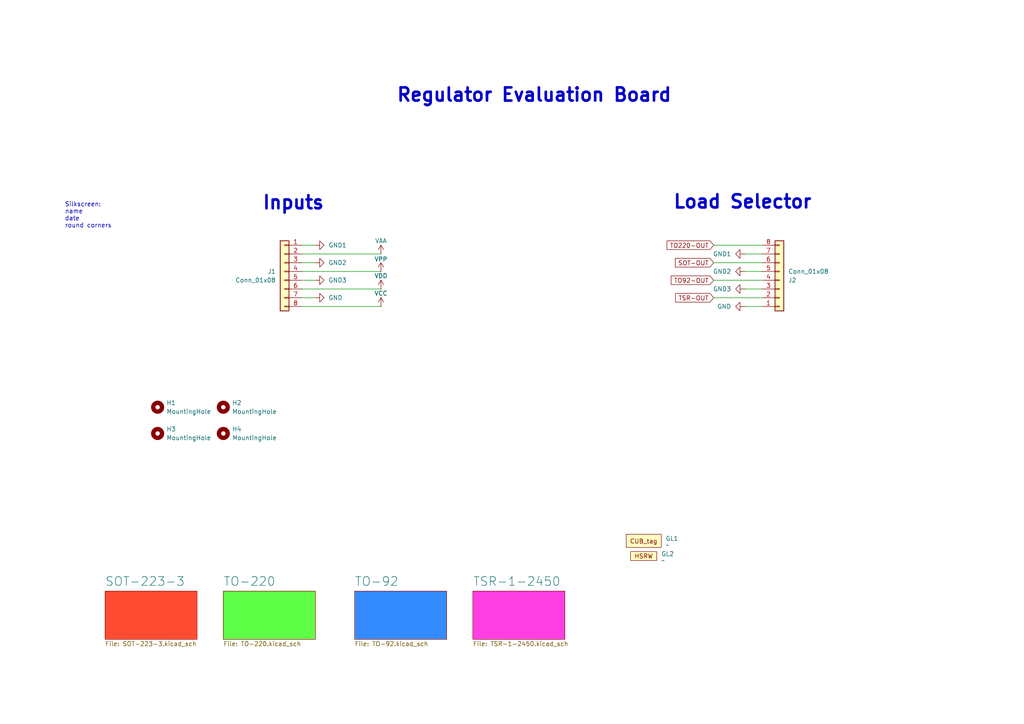
<source format=kicad_sch>
(kicad_sch
	(version 20250114)
	(generator "eeschema")
	(generator_version "9.0")
	(uuid "3e45da4c-132a-439a-a567-ab5eeca3e151")
	(paper "A4")
	(title_block
		(title "Regulator Evaluation Board")
		(date "2025-04-22")
		(rev "/")
		(company "HSRW ")
		(comment 1 "Jure Cubelic ")
	)
	(lib_symbols
		(symbol "01_MyLibrary:CUB_tag"
			(pin_numbers
				(hide yes)
			)
			(pin_names
				(offset 0)
				(hide yes)
			)
			(exclude_from_sim no)
			(in_bom no)
			(on_board yes)
			(property "Reference" "GL"
				(at 0 -1.016 0)
				(effects
					(font
						(size 1.27 1.27)
					)
				)
			)
			(property "Value" ""
				(at 0 0 0)
				(effects
					(font
						(size 1.27 1.27)
					)
				)
			)
			(property "Footprint" ""
				(at 0 0 0)
				(effects
					(font
						(size 1.27 1.27)
					)
					(hide yes)
				)
			)
			(property "Datasheet" ""
				(at 0 0 0)
				(effects
					(font
						(size 1.27 1.27)
					)
					(hide yes)
				)
			)
			(property "Description" ""
				(at 0 0 0)
				(effects
					(font
						(size 1.27 1.27)
					)
					(hide yes)
				)
			)
			(symbol "CUB_tag_1_1"
				(rectangle
					(start -5.08 3.81)
					(end 5.08 0)
					(stroke
						(width 0)
						(type solid)
					)
					(fill
						(type color)
						(color 255 255 194 1)
					)
				)
				(text "CUB_tag"
					(at 0 1.778 0)
					(effects
						(font
							(size 1.27 1.27)
						)
					)
				)
			)
			(embedded_fonts no)
		)
		(symbol "01_MyLibrary:Hsrw"
			(pin_numbers
				(hide yes)
			)
			(pin_names
				(offset 0)
				(hide yes)
			)
			(exclude_from_sim no)
			(in_bom no)
			(on_board yes)
			(property "Reference" "GL"
				(at 0 3.556 0)
				(effects
					(font
						(size 1.27 1.27)
					)
				)
			)
			(property "Value" ""
				(at 0 0 0)
				(effects
					(font
						(size 1.27 1.27)
					)
				)
			)
			(property "Footprint" ""
				(at 0 0 0)
				(effects
					(font
						(size 1.27 1.27)
					)
					(hide yes)
				)
			)
			(property "Datasheet" ""
				(at 0 0 0)
				(effects
					(font
						(size 1.27 1.27)
					)
					(hide yes)
				)
			)
			(property "Description" ""
				(at 0 0 0)
				(effects
					(font
						(size 1.27 1.27)
					)
					(hide yes)
				)
			)
			(symbol "Hsrw_1_1"
				(rectangle
					(start -3.81 2.54)
					(end 3.81 0)
					(stroke
						(width 0)
						(type solid)
					)
					(fill
						(type color)
						(color 255 255 194 1)
					)
				)
				(text "HSRW"
					(at 0 1.27 0)
					(effects
						(font
							(size 1.27 1.27)
						)
					)
				)
			)
			(embedded_fonts no)
		)
		(symbol "Connector_Generic:Conn_01x08"
			(pin_names
				(offset 1.016)
				(hide yes)
			)
			(exclude_from_sim no)
			(in_bom yes)
			(on_board yes)
			(property "Reference" "J"
				(at 0 10.16 0)
				(effects
					(font
						(size 1.27 1.27)
					)
				)
			)
			(property "Value" "Conn_01x08"
				(at 0 -12.7 0)
				(effects
					(font
						(size 1.27 1.27)
					)
				)
			)
			(property "Footprint" ""
				(at 0 0 0)
				(effects
					(font
						(size 1.27 1.27)
					)
					(hide yes)
				)
			)
			(property "Datasheet" "~"
				(at 0 0 0)
				(effects
					(font
						(size 1.27 1.27)
					)
					(hide yes)
				)
			)
			(property "Description" "Generic connector, single row, 01x08, script generated (kicad-library-utils/schlib/autogen/connector/)"
				(at 0 0 0)
				(effects
					(font
						(size 1.27 1.27)
					)
					(hide yes)
				)
			)
			(property "ki_keywords" "connector"
				(at 0 0 0)
				(effects
					(font
						(size 1.27 1.27)
					)
					(hide yes)
				)
			)
			(property "ki_fp_filters" "Connector*:*_1x??_*"
				(at 0 0 0)
				(effects
					(font
						(size 1.27 1.27)
					)
					(hide yes)
				)
			)
			(symbol "Conn_01x08_1_1"
				(rectangle
					(start -1.27 8.89)
					(end 1.27 -11.43)
					(stroke
						(width 0.254)
						(type default)
					)
					(fill
						(type background)
					)
				)
				(rectangle
					(start -1.27 7.747)
					(end 0 7.493)
					(stroke
						(width 0.1524)
						(type default)
					)
					(fill
						(type none)
					)
				)
				(rectangle
					(start -1.27 5.207)
					(end 0 4.953)
					(stroke
						(width 0.1524)
						(type default)
					)
					(fill
						(type none)
					)
				)
				(rectangle
					(start -1.27 2.667)
					(end 0 2.413)
					(stroke
						(width 0.1524)
						(type default)
					)
					(fill
						(type none)
					)
				)
				(rectangle
					(start -1.27 0.127)
					(end 0 -0.127)
					(stroke
						(width 0.1524)
						(type default)
					)
					(fill
						(type none)
					)
				)
				(rectangle
					(start -1.27 -2.413)
					(end 0 -2.667)
					(stroke
						(width 0.1524)
						(type default)
					)
					(fill
						(type none)
					)
				)
				(rectangle
					(start -1.27 -4.953)
					(end 0 -5.207)
					(stroke
						(width 0.1524)
						(type default)
					)
					(fill
						(type none)
					)
				)
				(rectangle
					(start -1.27 -7.493)
					(end 0 -7.747)
					(stroke
						(width 0.1524)
						(type default)
					)
					(fill
						(type none)
					)
				)
				(rectangle
					(start -1.27 -10.033)
					(end 0 -10.287)
					(stroke
						(width 0.1524)
						(type default)
					)
					(fill
						(type none)
					)
				)
				(pin passive line
					(at -5.08 7.62 0)
					(length 3.81)
					(name "Pin_1"
						(effects
							(font
								(size 1.27 1.27)
							)
						)
					)
					(number "1"
						(effects
							(font
								(size 1.27 1.27)
							)
						)
					)
				)
				(pin passive line
					(at -5.08 5.08 0)
					(length 3.81)
					(name "Pin_2"
						(effects
							(font
								(size 1.27 1.27)
							)
						)
					)
					(number "2"
						(effects
							(font
								(size 1.27 1.27)
							)
						)
					)
				)
				(pin passive line
					(at -5.08 2.54 0)
					(length 3.81)
					(name "Pin_3"
						(effects
							(font
								(size 1.27 1.27)
							)
						)
					)
					(number "3"
						(effects
							(font
								(size 1.27 1.27)
							)
						)
					)
				)
				(pin passive line
					(at -5.08 0 0)
					(length 3.81)
					(name "Pin_4"
						(effects
							(font
								(size 1.27 1.27)
							)
						)
					)
					(number "4"
						(effects
							(font
								(size 1.27 1.27)
							)
						)
					)
				)
				(pin passive line
					(at -5.08 -2.54 0)
					(length 3.81)
					(name "Pin_5"
						(effects
							(font
								(size 1.27 1.27)
							)
						)
					)
					(number "5"
						(effects
							(font
								(size 1.27 1.27)
							)
						)
					)
				)
				(pin passive line
					(at -5.08 -5.08 0)
					(length 3.81)
					(name "Pin_6"
						(effects
							(font
								(size 1.27 1.27)
							)
						)
					)
					(number "6"
						(effects
							(font
								(size 1.27 1.27)
							)
						)
					)
				)
				(pin passive line
					(at -5.08 -7.62 0)
					(length 3.81)
					(name "Pin_7"
						(effects
							(font
								(size 1.27 1.27)
							)
						)
					)
					(number "7"
						(effects
							(font
								(size 1.27 1.27)
							)
						)
					)
				)
				(pin passive line
					(at -5.08 -10.16 0)
					(length 3.81)
					(name "Pin_8"
						(effects
							(font
								(size 1.27 1.27)
							)
						)
					)
					(number "8"
						(effects
							(font
								(size 1.27 1.27)
							)
						)
					)
				)
			)
			(embedded_fonts no)
		)
		(symbol "Mechanical:MountingHole"
			(pin_names
				(offset 1.016)
			)
			(exclude_from_sim yes)
			(in_bom no)
			(on_board yes)
			(property "Reference" "H"
				(at 0 5.08 0)
				(effects
					(font
						(size 1.27 1.27)
					)
				)
			)
			(property "Value" "MountingHole"
				(at 0 3.175 0)
				(effects
					(font
						(size 1.27 1.27)
					)
				)
			)
			(property "Footprint" ""
				(at 0 0 0)
				(effects
					(font
						(size 1.27 1.27)
					)
					(hide yes)
				)
			)
			(property "Datasheet" "~"
				(at 0 0 0)
				(effects
					(font
						(size 1.27 1.27)
					)
					(hide yes)
				)
			)
			(property "Description" "Mounting Hole without connection"
				(at 0 0 0)
				(effects
					(font
						(size 1.27 1.27)
					)
					(hide yes)
				)
			)
			(property "ki_keywords" "mounting hole"
				(at 0 0 0)
				(effects
					(font
						(size 1.27 1.27)
					)
					(hide yes)
				)
			)
			(property "ki_fp_filters" "MountingHole*"
				(at 0 0 0)
				(effects
					(font
						(size 1.27 1.27)
					)
					(hide yes)
				)
			)
			(symbol "MountingHole_0_1"
				(circle
					(center 0 0)
					(radius 1.27)
					(stroke
						(width 1.27)
						(type default)
					)
					(fill
						(type none)
					)
				)
			)
			(embedded_fonts no)
		)
		(symbol "power:GND"
			(power)
			(pin_numbers
				(hide yes)
			)
			(pin_names
				(offset 0)
				(hide yes)
			)
			(exclude_from_sim no)
			(in_bom yes)
			(on_board yes)
			(property "Reference" "#PWR"
				(at 0 -6.35 0)
				(effects
					(font
						(size 1.27 1.27)
					)
					(hide yes)
				)
			)
			(property "Value" "GND"
				(at 0 -3.81 0)
				(effects
					(font
						(size 1.27 1.27)
					)
				)
			)
			(property "Footprint" ""
				(at 0 0 0)
				(effects
					(font
						(size 1.27 1.27)
					)
					(hide yes)
				)
			)
			(property "Datasheet" ""
				(at 0 0 0)
				(effects
					(font
						(size 1.27 1.27)
					)
					(hide yes)
				)
			)
			(property "Description" "Power symbol creates a global label with name \"GND\" , ground"
				(at 0 0 0)
				(effects
					(font
						(size 1.27 1.27)
					)
					(hide yes)
				)
			)
			(property "ki_keywords" "global power"
				(at 0 0 0)
				(effects
					(font
						(size 1.27 1.27)
					)
					(hide yes)
				)
			)
			(symbol "GND_0_1"
				(polyline
					(pts
						(xy 0 0) (xy 0 -1.27) (xy 1.27 -1.27) (xy 0 -2.54) (xy -1.27 -1.27) (xy 0 -1.27)
					)
					(stroke
						(width 0)
						(type default)
					)
					(fill
						(type none)
					)
				)
			)
			(symbol "GND_1_1"
				(pin power_in line
					(at 0 0 270)
					(length 0)
					(name "~"
						(effects
							(font
								(size 1.27 1.27)
							)
						)
					)
					(number "1"
						(effects
							(font
								(size 1.27 1.27)
							)
						)
					)
				)
			)
			(embedded_fonts no)
		)
		(symbol "power:GND1"
			(power)
			(pin_numbers
				(hide yes)
			)
			(pin_names
				(offset 0)
				(hide yes)
			)
			(exclude_from_sim no)
			(in_bom yes)
			(on_board yes)
			(property "Reference" "#PWR"
				(at 0 -6.35 0)
				(effects
					(font
						(size 1.27 1.27)
					)
					(hide yes)
				)
			)
			(property "Value" "GND1"
				(at 0 -3.81 0)
				(effects
					(font
						(size 1.27 1.27)
					)
				)
			)
			(property "Footprint" ""
				(at 0 0 0)
				(effects
					(font
						(size 1.27 1.27)
					)
					(hide yes)
				)
			)
			(property "Datasheet" ""
				(at 0 0 0)
				(effects
					(font
						(size 1.27 1.27)
					)
					(hide yes)
				)
			)
			(property "Description" "Power symbol creates a global label with name \"GND1\" , ground"
				(at 0 0 0)
				(effects
					(font
						(size 1.27 1.27)
					)
					(hide yes)
				)
			)
			(property "ki_keywords" "global power"
				(at 0 0 0)
				(effects
					(font
						(size 1.27 1.27)
					)
					(hide yes)
				)
			)
			(symbol "GND1_0_1"
				(polyline
					(pts
						(xy 0 0) (xy 0 -1.27) (xy 1.27 -1.27) (xy 0 -2.54) (xy -1.27 -1.27) (xy 0 -1.27)
					)
					(stroke
						(width 0)
						(type default)
					)
					(fill
						(type none)
					)
				)
			)
			(symbol "GND1_1_1"
				(pin power_in line
					(at 0 0 270)
					(length 0)
					(name "~"
						(effects
							(font
								(size 1.27 1.27)
							)
						)
					)
					(number "1"
						(effects
							(font
								(size 1.27 1.27)
							)
						)
					)
				)
			)
			(embedded_fonts no)
		)
		(symbol "power:GND2"
			(power)
			(pin_numbers
				(hide yes)
			)
			(pin_names
				(offset 0)
				(hide yes)
			)
			(exclude_from_sim no)
			(in_bom yes)
			(on_board yes)
			(property "Reference" "#PWR"
				(at 0 -6.35 0)
				(effects
					(font
						(size 1.27 1.27)
					)
					(hide yes)
				)
			)
			(property "Value" "GND2"
				(at 0 -3.81 0)
				(effects
					(font
						(size 1.27 1.27)
					)
				)
			)
			(property "Footprint" ""
				(at 0 0 0)
				(effects
					(font
						(size 1.27 1.27)
					)
					(hide yes)
				)
			)
			(property "Datasheet" ""
				(at 0 0 0)
				(effects
					(font
						(size 1.27 1.27)
					)
					(hide yes)
				)
			)
			(property "Description" "Power symbol creates a global label with name \"GND2\" , ground"
				(at 0 0 0)
				(effects
					(font
						(size 1.27 1.27)
					)
					(hide yes)
				)
			)
			(property "ki_keywords" "global power"
				(at 0 0 0)
				(effects
					(font
						(size 1.27 1.27)
					)
					(hide yes)
				)
			)
			(symbol "GND2_0_1"
				(polyline
					(pts
						(xy 0 0) (xy 0 -1.27) (xy 1.27 -1.27) (xy 0 -2.54) (xy -1.27 -1.27) (xy 0 -1.27)
					)
					(stroke
						(width 0)
						(type default)
					)
					(fill
						(type none)
					)
				)
			)
			(symbol "GND2_1_1"
				(pin power_in line
					(at 0 0 270)
					(length 0)
					(name "~"
						(effects
							(font
								(size 1.27 1.27)
							)
						)
					)
					(number "1"
						(effects
							(font
								(size 1.27 1.27)
							)
						)
					)
				)
			)
			(embedded_fonts no)
		)
		(symbol "power:GND3"
			(power)
			(pin_numbers
				(hide yes)
			)
			(pin_names
				(offset 0)
				(hide yes)
			)
			(exclude_from_sim no)
			(in_bom yes)
			(on_board yes)
			(property "Reference" "#PWR"
				(at 0 -6.35 0)
				(effects
					(font
						(size 1.27 1.27)
					)
					(hide yes)
				)
			)
			(property "Value" "GND3"
				(at 0 -3.81 0)
				(effects
					(font
						(size 1.27 1.27)
					)
				)
			)
			(property "Footprint" ""
				(at 0 0 0)
				(effects
					(font
						(size 1.27 1.27)
					)
					(hide yes)
				)
			)
			(property "Datasheet" ""
				(at 0 0 0)
				(effects
					(font
						(size 1.27 1.27)
					)
					(hide yes)
				)
			)
			(property "Description" "Power symbol creates a global label with name \"GND3\" , ground"
				(at 0 0 0)
				(effects
					(font
						(size 1.27 1.27)
					)
					(hide yes)
				)
			)
			(property "ki_keywords" "global power"
				(at 0 0 0)
				(effects
					(font
						(size 1.27 1.27)
					)
					(hide yes)
				)
			)
			(symbol "GND3_0_1"
				(polyline
					(pts
						(xy 0 0) (xy 0 -1.27) (xy 1.27 -1.27) (xy 0 -2.54) (xy -1.27 -1.27) (xy 0 -1.27)
					)
					(stroke
						(width 0)
						(type default)
					)
					(fill
						(type none)
					)
				)
			)
			(symbol "GND3_1_1"
				(pin power_in line
					(at 0 0 270)
					(length 0)
					(name "~"
						(effects
							(font
								(size 1.27 1.27)
							)
						)
					)
					(number "1"
						(effects
							(font
								(size 1.27 1.27)
							)
						)
					)
				)
			)
			(embedded_fonts no)
		)
		(symbol "power:VAA"
			(power)
			(pin_numbers
				(hide yes)
			)
			(pin_names
				(offset 0)
				(hide yes)
			)
			(exclude_from_sim no)
			(in_bom yes)
			(on_board yes)
			(property "Reference" "#PWR"
				(at 0 -3.81 0)
				(effects
					(font
						(size 1.27 1.27)
					)
					(hide yes)
				)
			)
			(property "Value" "VAA"
				(at 0 3.556 0)
				(effects
					(font
						(size 1.27 1.27)
					)
				)
			)
			(property "Footprint" ""
				(at 0 0 0)
				(effects
					(font
						(size 1.27 1.27)
					)
					(hide yes)
				)
			)
			(property "Datasheet" ""
				(at 0 0 0)
				(effects
					(font
						(size 1.27 1.27)
					)
					(hide yes)
				)
			)
			(property "Description" "Power symbol creates a global label with name \"VAA\""
				(at 0 0 0)
				(effects
					(font
						(size 1.27 1.27)
					)
					(hide yes)
				)
			)
			(property "ki_keywords" "global power"
				(at 0 0 0)
				(effects
					(font
						(size 1.27 1.27)
					)
					(hide yes)
				)
			)
			(symbol "VAA_0_1"
				(polyline
					(pts
						(xy -0.762 1.27) (xy 0 2.54)
					)
					(stroke
						(width 0)
						(type default)
					)
					(fill
						(type none)
					)
				)
				(polyline
					(pts
						(xy 0 2.54) (xy 0.762 1.27)
					)
					(stroke
						(width 0)
						(type default)
					)
					(fill
						(type none)
					)
				)
				(polyline
					(pts
						(xy 0 0) (xy 0 2.54)
					)
					(stroke
						(width 0)
						(type default)
					)
					(fill
						(type none)
					)
				)
			)
			(symbol "VAA_1_1"
				(pin power_in line
					(at 0 0 90)
					(length 0)
					(name "~"
						(effects
							(font
								(size 1.27 1.27)
							)
						)
					)
					(number "1"
						(effects
							(font
								(size 1.27 1.27)
							)
						)
					)
				)
			)
			(embedded_fonts no)
		)
		(symbol "power:VCC"
			(power)
			(pin_numbers
				(hide yes)
			)
			(pin_names
				(offset 0)
				(hide yes)
			)
			(exclude_from_sim no)
			(in_bom yes)
			(on_board yes)
			(property "Reference" "#PWR"
				(at 0 -3.81 0)
				(effects
					(font
						(size 1.27 1.27)
					)
					(hide yes)
				)
			)
			(property "Value" "VCC"
				(at 0 3.556 0)
				(effects
					(font
						(size 1.27 1.27)
					)
				)
			)
			(property "Footprint" ""
				(at 0 0 0)
				(effects
					(font
						(size 1.27 1.27)
					)
					(hide yes)
				)
			)
			(property "Datasheet" ""
				(at 0 0 0)
				(effects
					(font
						(size 1.27 1.27)
					)
					(hide yes)
				)
			)
			(property "Description" "Power symbol creates a global label with name \"VCC\""
				(at 0 0 0)
				(effects
					(font
						(size 1.27 1.27)
					)
					(hide yes)
				)
			)
			(property "ki_keywords" "global power"
				(at 0 0 0)
				(effects
					(font
						(size 1.27 1.27)
					)
					(hide yes)
				)
			)
			(symbol "VCC_0_1"
				(polyline
					(pts
						(xy -0.762 1.27) (xy 0 2.54)
					)
					(stroke
						(width 0)
						(type default)
					)
					(fill
						(type none)
					)
				)
				(polyline
					(pts
						(xy 0 2.54) (xy 0.762 1.27)
					)
					(stroke
						(width 0)
						(type default)
					)
					(fill
						(type none)
					)
				)
				(polyline
					(pts
						(xy 0 0) (xy 0 2.54)
					)
					(stroke
						(width 0)
						(type default)
					)
					(fill
						(type none)
					)
				)
			)
			(symbol "VCC_1_1"
				(pin power_in line
					(at 0 0 90)
					(length 0)
					(name "~"
						(effects
							(font
								(size 1.27 1.27)
							)
						)
					)
					(number "1"
						(effects
							(font
								(size 1.27 1.27)
							)
						)
					)
				)
			)
			(embedded_fonts no)
		)
		(symbol "power:VDD"
			(power)
			(pin_numbers
				(hide yes)
			)
			(pin_names
				(offset 0)
				(hide yes)
			)
			(exclude_from_sim no)
			(in_bom yes)
			(on_board yes)
			(property "Reference" "#PWR"
				(at 0 -3.81 0)
				(effects
					(font
						(size 1.27 1.27)
					)
					(hide yes)
				)
			)
			(property "Value" "VDD"
				(at 0 3.556 0)
				(effects
					(font
						(size 1.27 1.27)
					)
				)
			)
			(property "Footprint" ""
				(at 0 0 0)
				(effects
					(font
						(size 1.27 1.27)
					)
					(hide yes)
				)
			)
			(property "Datasheet" ""
				(at 0 0 0)
				(effects
					(font
						(size 1.27 1.27)
					)
					(hide yes)
				)
			)
			(property "Description" "Power symbol creates a global label with name \"VDD\""
				(at 0 0 0)
				(effects
					(font
						(size 1.27 1.27)
					)
					(hide yes)
				)
			)
			(property "ki_keywords" "global power"
				(at 0 0 0)
				(effects
					(font
						(size 1.27 1.27)
					)
					(hide yes)
				)
			)
			(symbol "VDD_0_1"
				(polyline
					(pts
						(xy -0.762 1.27) (xy 0 2.54)
					)
					(stroke
						(width 0)
						(type default)
					)
					(fill
						(type none)
					)
				)
				(polyline
					(pts
						(xy 0 2.54) (xy 0.762 1.27)
					)
					(stroke
						(width 0)
						(type default)
					)
					(fill
						(type none)
					)
				)
				(polyline
					(pts
						(xy 0 0) (xy 0 2.54)
					)
					(stroke
						(width 0)
						(type default)
					)
					(fill
						(type none)
					)
				)
			)
			(symbol "VDD_1_1"
				(pin power_in line
					(at 0 0 90)
					(length 0)
					(name "~"
						(effects
							(font
								(size 1.27 1.27)
							)
						)
					)
					(number "1"
						(effects
							(font
								(size 1.27 1.27)
							)
						)
					)
				)
			)
			(embedded_fonts no)
		)
		(symbol "power:VPP"
			(power)
			(pin_numbers
				(hide yes)
			)
			(pin_names
				(offset 0)
				(hide yes)
			)
			(exclude_from_sim no)
			(in_bom yes)
			(on_board yes)
			(property "Reference" "#PWR"
				(at 0 -3.81 0)
				(effects
					(font
						(size 1.27 1.27)
					)
					(hide yes)
				)
			)
			(property "Value" "VPP"
				(at 0 3.556 0)
				(effects
					(font
						(size 1.27 1.27)
					)
				)
			)
			(property "Footprint" ""
				(at 0 0 0)
				(effects
					(font
						(size 1.27 1.27)
					)
					(hide yes)
				)
			)
			(property "Datasheet" ""
				(at 0 0 0)
				(effects
					(font
						(size 1.27 1.27)
					)
					(hide yes)
				)
			)
			(property "Description" "Power symbol creates a global label with name \"VPP\""
				(at 0 0 0)
				(effects
					(font
						(size 1.27 1.27)
					)
					(hide yes)
				)
			)
			(property "ki_keywords" "global power"
				(at 0 0 0)
				(effects
					(font
						(size 1.27 1.27)
					)
					(hide yes)
				)
			)
			(symbol "VPP_0_1"
				(polyline
					(pts
						(xy -0.762 1.27) (xy 0 2.54)
					)
					(stroke
						(width 0)
						(type default)
					)
					(fill
						(type none)
					)
				)
				(polyline
					(pts
						(xy 0 2.54) (xy 0.762 1.27)
					)
					(stroke
						(width 0)
						(type default)
					)
					(fill
						(type none)
					)
				)
				(polyline
					(pts
						(xy 0 0) (xy 0 2.54)
					)
					(stroke
						(width 0)
						(type default)
					)
					(fill
						(type none)
					)
				)
			)
			(symbol "VPP_1_1"
				(pin power_in line
					(at 0 0 90)
					(length 0)
					(name "~"
						(effects
							(font
								(size 1.27 1.27)
							)
						)
					)
					(number "1"
						(effects
							(font
								(size 1.27 1.27)
							)
						)
					)
				)
			)
			(embedded_fonts no)
		)
	)
	(text "Load Selector\n"
		(exclude_from_sim no)
		(at 215.392 58.674 0)
		(effects
			(font
				(size 3.81 3.81)
				(thickness 0.762)
				(bold yes)
			)
		)
		(uuid "01179c4d-1dcf-40ca-9bec-69b54511b835")
	)
	(text "Future Work:\n-mounting for electronics lab board"
		(exclude_from_sim no)
		(at 298.958 18.796 0)
		(effects
			(font
				(size 5.08 5.08)
			)
			(justify left)
		)
		(uuid "8d3523dd-0969-4863-9f28-8dbe49eac575")
	)
	(text "Regulator Evaluation Board"
		(exclude_from_sim no)
		(at 154.94 27.686 0)
		(effects
			(font
				(size 3.81 3.81)
				(thickness 0.762)
				(bold yes)
			)
		)
		(uuid "bba4056c-2f7d-46f8-82a0-449b8575ef59")
	)
	(text "Silkscreen:\nname\ndate\nround corners\n\n"
		(exclude_from_sim no)
		(at 18.796 63.5 0)
		(effects
			(font
				(size 1.27 1.27)
			)
			(justify left)
		)
		(uuid "c23d7164-9b81-431f-affc-a1f596186567")
	)
	(text "Inputs\n"
		(exclude_from_sim no)
		(at 85.09 58.928 0)
		(effects
			(font
				(size 3.81 3.81)
				(thickness 0.762)
				(bold yes)
			)
		)
		(uuid "cf63aff7-0c00-413e-a403-b06e64783802")
	)
	(wire
		(pts
			(xy 215.9 73.66) (xy 220.98 73.66)
		)
		(stroke
			(width 0)
			(type default)
		)
		(uuid "2197d4b8-d263-4f25-b973-fcb99fa3e97c")
	)
	(wire
		(pts
			(xy 87.63 76.2) (xy 91.44 76.2)
		)
		(stroke
			(width 0)
			(type default)
		)
		(uuid "32569729-8796-4a6e-8c1a-bf78b4682e57")
	)
	(wire
		(pts
			(xy 87.63 71.12) (xy 91.44 71.12)
		)
		(stroke
			(width 0)
			(type default)
		)
		(uuid "33cb6e38-8933-4c44-b5b1-044c68238933")
	)
	(wire
		(pts
			(xy 87.63 73.66) (xy 110.49 73.66)
		)
		(stroke
			(width 0)
			(type default)
		)
		(uuid "3991ffd8-168f-4538-9f6c-4bf4727ac841")
	)
	(wire
		(pts
			(xy 87.63 86.36) (xy 91.44 86.36)
		)
		(stroke
			(width 0)
			(type default)
		)
		(uuid "45c7ab16-087e-4203-8ca2-27e646f030d6")
	)
	(wire
		(pts
			(xy 207.01 81.28) (xy 220.98 81.28)
		)
		(stroke
			(width 0)
			(type default)
		)
		(uuid "6d4f5447-5faa-44e7-b2d3-0ba37abff4e0")
	)
	(wire
		(pts
			(xy 87.63 88.9) (xy 110.49 88.9)
		)
		(stroke
			(width 0)
			(type default)
		)
		(uuid "785c0b5c-0aa1-4b23-89bd-e6dc8a72b953")
	)
	(wire
		(pts
			(xy 207.01 76.2) (xy 220.98 76.2)
		)
		(stroke
			(width 0)
			(type default)
		)
		(uuid "a8ad079a-cbb7-48fb-af23-c7be5f7d3c74")
	)
	(wire
		(pts
			(xy 215.9 88.9) (xy 220.98 88.9)
		)
		(stroke
			(width 0)
			(type default)
		)
		(uuid "af5b2757-006f-4f9e-84c0-0e3ca2594c13")
	)
	(wire
		(pts
			(xy 207.01 86.36) (xy 220.98 86.36)
		)
		(stroke
			(width 0)
			(type default)
		)
		(uuid "b267f23d-f978-4961-b3b3-46a210f1c593")
	)
	(wire
		(pts
			(xy 87.63 81.28) (xy 91.44 81.28)
		)
		(stroke
			(width 0)
			(type default)
		)
		(uuid "c1efdd42-1f70-46b9-bbd1-498691ffcec9")
	)
	(wire
		(pts
			(xy 87.63 78.74) (xy 110.49 78.74)
		)
		(stroke
			(width 0)
			(type default)
		)
		(uuid "c6629a6e-978b-4b38-8273-ad8344cf9a2c")
	)
	(wire
		(pts
			(xy 215.9 78.74) (xy 220.98 78.74)
		)
		(stroke
			(width 0)
			(type default)
		)
		(uuid "c8b01da0-7e00-4962-b08e-201ecea7132e")
	)
	(wire
		(pts
			(xy 215.9 83.82) (xy 220.98 83.82)
		)
		(stroke
			(width 0)
			(type default)
		)
		(uuid "e566236d-3d8c-4659-8bcc-3ea318fb7277")
	)
	(wire
		(pts
			(xy 87.63 83.82) (xy 110.49 83.82)
		)
		(stroke
			(width 0)
			(type default)
		)
		(uuid "e65eaa3e-cd53-455e-a985-c6366f70d74c")
	)
	(wire
		(pts
			(xy 207.01 71.12) (xy 220.98 71.12)
		)
		(stroke
			(width 0)
			(type default)
		)
		(uuid "f416997a-db69-43aa-b1ca-dc1e6a2af48d")
	)
	(global_label "TO92-OUT"
		(shape input)
		(at 207.01 81.28 180)
		(fields_autoplaced yes)
		(effects
			(font
				(size 1.27 1.27)
			)
			(justify right)
		)
		(uuid "7e674828-1572-4811-8978-e61188d15e6c")
		(property "Intersheetrefs" "${INTERSHEET_REFS}"
			(at 194.1067 81.28 0)
			(effects
				(font
					(size 1.27 1.27)
				)
				(justify right)
				(hide yes)
			)
		)
	)
	(global_label "SOT-OUT"
		(shape input)
		(at 207.01 76.2 180)
		(fields_autoplaced yes)
		(effects
			(font
				(size 1.27 1.27)
			)
			(justify right)
		)
		(uuid "8a29ff6c-68a3-43de-a0b3-2621faf1fcf4")
		(property "Intersheetrefs" "${INTERSHEET_REFS}"
			(at 195.3162 76.2 0)
			(effects
				(font
					(size 1.27 1.27)
				)
				(justify right)
				(hide yes)
			)
		)
	)
	(global_label "TO220-OUT"
		(shape input)
		(at 207.01 71.12 180)
		(fields_autoplaced yes)
		(effects
			(font
				(size 1.27 1.27)
			)
			(justify right)
		)
		(uuid "ba326290-b53e-46b5-84b1-116144b5d750")
		(property "Intersheetrefs" "${INTERSHEET_REFS}"
			(at 192.8972 71.12 0)
			(effects
				(font
					(size 1.27 1.27)
				)
				(justify right)
				(hide yes)
			)
		)
	)
	(global_label "TSR-OUT"
		(shape input)
		(at 207.01 86.36 180)
		(fields_autoplaced yes)
		(effects
			(font
				(size 1.27 1.27)
			)
			(justify right)
		)
		(uuid "e0f87b3d-c1d8-46d4-b175-0a1295ab80f5")
		(property "Intersheetrefs" "${INTERSHEET_REFS}"
			(at 195.3767 86.36 0)
			(effects
				(font
					(size 1.27 1.27)
				)
				(justify right)
				(hide yes)
			)
		)
	)
	(symbol
		(lib_id "Mechanical:MountingHole")
		(at 64.77 118.11 0)
		(unit 1)
		(exclude_from_sim yes)
		(in_bom no)
		(on_board yes)
		(dnp no)
		(fields_autoplaced yes)
		(uuid "14a18c51-91f1-4d37-97a4-2ba1b09096b7")
		(property "Reference" "H2"
			(at 67.31 116.8399 0)
			(effects
				(font
					(size 1.27 1.27)
				)
				(justify left)
			)
		)
		(property "Value" "MountingHole"
			(at 67.31 119.3799 0)
			(effects
				(font
					(size 1.27 1.27)
				)
				(justify left)
			)
		)
		(property "Footprint" "MountingHole:MountingHole_3.2mm_M3_DIN965_Pad_TopOnly"
			(at 64.77 118.11 0)
			(effects
				(font
					(size 1.27 1.27)
				)
				(hide yes)
			)
		)
		(property "Datasheet" "~"
			(at 64.77 118.11 0)
			(effects
				(font
					(size 1.27 1.27)
				)
				(hide yes)
			)
		)
		(property "Description" "Mounting Hole without connection"
			(at 64.77 118.11 0)
			(effects
				(font
					(size 1.27 1.27)
				)
				(hide yes)
			)
		)
		(instances
			(project "RegulatorEvaluationBoard"
				(path "/3e45da4c-132a-439a-a567-ab5eeca3e151"
					(reference "H2")
					(unit 1)
				)
			)
		)
	)
	(symbol
		(lib_id "power:GND3")
		(at 91.44 81.28 90)
		(unit 1)
		(exclude_from_sim no)
		(in_bom yes)
		(on_board yes)
		(dnp no)
		(fields_autoplaced yes)
		(uuid "241eff8c-fa71-4078-b9d6-6498c8f49fb7")
		(property "Reference" "#PWR03"
			(at 97.79 81.28 0)
			(effects
				(font
					(size 1.27 1.27)
				)
				(hide yes)
			)
		)
		(property "Value" "GND3"
			(at 95.25 81.2799 90)
			(effects
				(font
					(size 1.27 1.27)
				)
				(justify right)
			)
		)
		(property "Footprint" ""
			(at 91.44 81.28 0)
			(effects
				(font
					(size 1.27 1.27)
				)
				(hide yes)
			)
		)
		(property "Datasheet" ""
			(at 91.44 81.28 0)
			(effects
				(font
					(size 1.27 1.27)
				)
				(hide yes)
			)
		)
		(property "Description" "Power symbol creates a global label with name \"GND3\" , ground"
			(at 91.44 81.28 0)
			(effects
				(font
					(size 1.27 1.27)
				)
				(hide yes)
			)
		)
		(pin "1"
			(uuid "e8e634d6-17f6-4a78-8538-d7ec5cdbe5d1")
		)
		(instances
			(project ""
				(path "/3e45da4c-132a-439a-a567-ab5eeca3e151"
					(reference "#PWR03")
					(unit 1)
				)
			)
		)
	)
	(symbol
		(lib_id "Connector_Generic:Conn_01x08")
		(at 82.55 78.74 0)
		(mirror y)
		(unit 1)
		(exclude_from_sim no)
		(in_bom yes)
		(on_board yes)
		(dnp no)
		(fields_autoplaced yes)
		(uuid "2507979a-a61c-415a-a8d0-fe8426e83727")
		(property "Reference" "J1"
			(at 80.01 78.7399 0)
			(effects
				(font
					(size 1.27 1.27)
				)
				(justify left)
			)
		)
		(property "Value" "Conn_01x08"
			(at 80.01 81.2799 0)
			(effects
				(font
					(size 1.27 1.27)
				)
				(justify left)
			)
		)
		(property "Footprint" "Connector_Phoenix_MSTB:PhoenixContact_MSTBA_2,5_8-G-5,08_1x08_P5.08mm_Horizontal"
			(at 82.55 78.74 0)
			(effects
				(font
					(size 1.27 1.27)
				)
				(hide yes)
			)
		)
		(property "Datasheet" "~"
			(at 82.55 78.74 0)
			(effects
				(font
					(size 1.27 1.27)
				)
				(hide yes)
			)
		)
		(property "Description" "Generic connector, single row, 01x08, script generated (kicad-library-utils/schlib/autogen/connector/)"
			(at 82.55 78.74 0)
			(effects
				(font
					(size 1.27 1.27)
				)
				(hide yes)
			)
		)
		(pin "1"
			(uuid "450f2814-e5cf-4a95-a074-84a138189ce0")
		)
		(pin "4"
			(uuid "fbc414f8-1f34-456e-b7e6-d956a9cec8a8")
		)
		(pin "2"
			(uuid "f0c0e1c8-0062-4e2d-9f49-3dc1d30bec14")
		)
		(pin "6"
			(uuid "3a52ba3b-8257-423e-848b-da4a4c4058a8")
		)
		(pin "5"
			(uuid "d5a328d4-3b5a-4919-a823-6cc0e48d1e6b")
		)
		(pin "8"
			(uuid "f4471fe7-a905-4ee0-bd07-27390562236e")
		)
		(pin "3"
			(uuid "87ec9d7c-87ce-41df-ad08-cf7cfb8e4497")
		)
		(pin "7"
			(uuid "eb23e4b8-5afe-4138-be13-108fd6fde4c3")
		)
		(instances
			(project ""
				(path "/3e45da4c-132a-439a-a567-ab5eeca3e151"
					(reference "J1")
					(unit 1)
				)
			)
		)
	)
	(symbol
		(lib_id "Mechanical:MountingHole")
		(at 45.72 118.11 0)
		(unit 1)
		(exclude_from_sim yes)
		(in_bom no)
		(on_board yes)
		(dnp no)
		(fields_autoplaced yes)
		(uuid "2e65b137-fca7-4752-8f0c-7a9a4046ac7c")
		(property "Reference" "H1"
			(at 48.26 116.8399 0)
			(effects
				(font
					(size 1.27 1.27)
				)
				(justify left)
			)
		)
		(property "Value" "MountingHole"
			(at 48.26 119.3799 0)
			(effects
				(font
					(size 1.27 1.27)
				)
				(justify left)
			)
		)
		(property "Footprint" "MountingHole:MountingHole_3.2mm_M3_DIN965_Pad_TopOnly"
			(at 45.72 118.11 0)
			(effects
				(font
					(size 1.27 1.27)
				)
				(hide yes)
			)
		)
		(property "Datasheet" "~"
			(at 45.72 118.11 0)
			(effects
				(font
					(size 1.27 1.27)
				)
				(hide yes)
			)
		)
		(property "Description" "Mounting Hole without connection"
			(at 45.72 118.11 0)
			(effects
				(font
					(size 1.27 1.27)
				)
				(hide yes)
			)
		)
		(instances
			(project ""
				(path "/3e45da4c-132a-439a-a567-ab5eeca3e151"
					(reference "H1")
					(unit 1)
				)
			)
		)
	)
	(symbol
		(lib_id "01_MyLibrary:Hsrw")
		(at 186.69 162.56 0)
		(unit 1)
		(exclude_from_sim no)
		(in_bom no)
		(on_board yes)
		(dnp no)
		(fields_autoplaced yes)
		(uuid "2f5be440-8d16-4396-98ac-1686e3d8c1dc")
		(property "Reference" "GL2"
			(at 191.77 160.6549 0)
			(effects
				(font
					(size 1.27 1.27)
				)
				(justify left)
			)
		)
		(property "Value" "~"
			(at 191.77 162.56 0)
			(effects
				(font
					(size 1.27 1.27)
				)
				(justify left)
			)
		)
		(property "Footprint" "01_MyLibrary:hsrw"
			(at 186.69 162.56 0)
			(effects
				(font
					(size 1.27 1.27)
				)
				(hide yes)
			)
		)
		(property "Datasheet" ""
			(at 186.69 162.56 0)
			(effects
				(font
					(size 1.27 1.27)
				)
				(hide yes)
			)
		)
		(property "Description" ""
			(at 186.69 162.56 0)
			(effects
				(font
					(size 1.27 1.27)
				)
				(hide yes)
			)
		)
		(instances
			(project ""
				(path "/3e45da4c-132a-439a-a567-ab5eeca3e151"
					(reference "GL2")
					(unit 1)
				)
			)
		)
	)
	(symbol
		(lib_id "power:GND")
		(at 91.44 86.36 90)
		(unit 1)
		(exclude_from_sim no)
		(in_bom yes)
		(on_board yes)
		(dnp no)
		(fields_autoplaced yes)
		(uuid "2f7c46cf-a888-4c2a-a247-b48fbb6c33fc")
		(property "Reference" "#PWR04"
			(at 97.79 86.36 0)
			(effects
				(font
					(size 1.27 1.27)
				)
				(hide yes)
			)
		)
		(property "Value" "GND"
			(at 95.25 86.3599 90)
			(effects
				(font
					(size 1.27 1.27)
				)
				(justify right)
			)
		)
		(property "Footprint" ""
			(at 91.44 86.36 0)
			(effects
				(font
					(size 1.27 1.27)
				)
				(hide yes)
			)
		)
		(property "Datasheet" ""
			(at 91.44 86.36 0)
			(effects
				(font
					(size 1.27 1.27)
				)
				(hide yes)
			)
		)
		(property "Description" "Power symbol creates a global label with name \"GND\" , ground"
			(at 91.44 86.36 0)
			(effects
				(font
					(size 1.27 1.27)
				)
				(hide yes)
			)
		)
		(pin "1"
			(uuid "bc72ccb0-42d4-4ede-af34-9ca724088831")
		)
		(instances
			(project ""
				(path "/3e45da4c-132a-439a-a567-ab5eeca3e151"
					(reference "#PWR04")
					(unit 1)
				)
			)
		)
	)
	(symbol
		(lib_id "01_MyLibrary:CUB_tag")
		(at 186.69 158.75 0)
		(unit 1)
		(exclude_from_sim no)
		(in_bom no)
		(on_board yes)
		(dnp no)
		(fields_autoplaced yes)
		(uuid "4576ddca-9fd9-49cb-bce8-63c6958b5f92")
		(property "Reference" "GL1"
			(at 193.04 156.2099 0)
			(effects
				(font
					(size 1.27 1.27)
				)
				(justify left)
			)
		)
		(property "Value" "~"
			(at 193.04 158.115 0)
			(effects
				(font
					(size 1.27 1.27)
				)
				(justify left)
			)
		)
		(property "Footprint" "01_MyLibrary:CUB_tag_back"
			(at 186.69 158.75 0)
			(effects
				(font
					(size 1.27 1.27)
				)
				(hide yes)
			)
		)
		(property "Datasheet" ""
			(at 186.69 158.75 0)
			(effects
				(font
					(size 1.27 1.27)
				)
				(hide yes)
			)
		)
		(property "Description" ""
			(at 186.69 158.75 0)
			(effects
				(font
					(size 1.27 1.27)
				)
				(hide yes)
			)
		)
		(instances
			(project ""
				(path "/3e45da4c-132a-439a-a567-ab5eeca3e151"
					(reference "GL1")
					(unit 1)
				)
			)
		)
	)
	(symbol
		(lib_id "power:VAA")
		(at 110.49 73.66 0)
		(unit 1)
		(exclude_from_sim no)
		(in_bom yes)
		(on_board yes)
		(dnp no)
		(uuid "481a9a2c-f542-40e9-9552-3dd92aae74a4")
		(property "Reference" "#PWR05"
			(at 110.49 77.47 0)
			(effects
				(font
					(size 1.27 1.27)
				)
				(hide yes)
			)
		)
		(property "Value" "VAA"
			(at 110.49 69.85 0)
			(effects
				(font
					(size 1.27 1.27)
				)
			)
		)
		(property "Footprint" ""
			(at 110.49 73.66 0)
			(effects
				(font
					(size 1.27 1.27)
				)
				(hide yes)
			)
		)
		(property "Datasheet" ""
			(at 110.49 73.66 0)
			(effects
				(font
					(size 1.27 1.27)
				)
				(hide yes)
			)
		)
		(property "Description" "Power symbol creates a global label with name \"VAA\""
			(at 110.49 73.66 0)
			(effects
				(font
					(size 1.27 1.27)
				)
				(hide yes)
			)
		)
		(pin "1"
			(uuid "abf8377f-11f5-411e-8067-9de027377817")
		)
		(instances
			(project ""
				(path "/3e45da4c-132a-439a-a567-ab5eeca3e151"
					(reference "#PWR05")
					(unit 1)
				)
			)
		)
	)
	(symbol
		(lib_id "Mechanical:MountingHole")
		(at 45.72 125.73 0)
		(unit 1)
		(exclude_from_sim yes)
		(in_bom no)
		(on_board yes)
		(dnp no)
		(fields_autoplaced yes)
		(uuid "49ef72d3-6240-432c-a7bb-784cbbbcbb53")
		(property "Reference" "H3"
			(at 48.26 124.4599 0)
			(effects
				(font
					(size 1.27 1.27)
				)
				(justify left)
			)
		)
		(property "Value" "MountingHole"
			(at 48.26 126.9999 0)
			(effects
				(font
					(size 1.27 1.27)
				)
				(justify left)
			)
		)
		(property "Footprint" "MountingHole:MountingHole_3.2mm_M3_DIN965_Pad_TopOnly"
			(at 45.72 125.73 0)
			(effects
				(font
					(size 1.27 1.27)
				)
				(hide yes)
			)
		)
		(property "Datasheet" "~"
			(at 45.72 125.73 0)
			(effects
				(font
					(size 1.27 1.27)
				)
				(hide yes)
			)
		)
		(property "Description" "Mounting Hole without connection"
			(at 45.72 125.73 0)
			(effects
				(font
					(size 1.27 1.27)
				)
				(hide yes)
			)
		)
		(instances
			(project "RegulatorEvaluationBoard"
				(path "/3e45da4c-132a-439a-a567-ab5eeca3e151"
					(reference "H3")
					(unit 1)
				)
			)
		)
	)
	(symbol
		(lib_id "power:GND1")
		(at 215.9 73.66 270)
		(mirror x)
		(unit 1)
		(exclude_from_sim no)
		(in_bom yes)
		(on_board yes)
		(dnp no)
		(fields_autoplaced yes)
		(uuid "4eefd61c-83b1-4545-a613-b43e1fa7a3b0")
		(property "Reference" "#PWR09"
			(at 209.55 73.66 0)
			(effects
				(font
					(size 1.27 1.27)
				)
				(hide yes)
			)
		)
		(property "Value" "GND1"
			(at 212.09 73.6599 90)
			(effects
				(font
					(size 1.27 1.27)
				)
				(justify right)
			)
		)
		(property "Footprint" ""
			(at 215.9 73.66 0)
			(effects
				(font
					(size 1.27 1.27)
				)
				(hide yes)
			)
		)
		(property "Datasheet" ""
			(at 215.9 73.66 0)
			(effects
				(font
					(size 1.27 1.27)
				)
				(hide yes)
			)
		)
		(property "Description" "Power symbol creates a global label with name \"GND1\" , ground"
			(at 215.9 73.66 0)
			(effects
				(font
					(size 1.27 1.27)
				)
				(hide yes)
			)
		)
		(pin "1"
			(uuid "31e94e5a-fe41-4ef3-9eca-33934310907d")
		)
		(instances
			(project "RegulatorEvaluationBoard"
				(path "/3e45da4c-132a-439a-a567-ab5eeca3e151"
					(reference "#PWR09")
					(unit 1)
				)
			)
		)
	)
	(symbol
		(lib_id "Connector_Generic:Conn_01x08")
		(at 226.06 81.28 0)
		(mirror x)
		(unit 1)
		(exclude_from_sim no)
		(in_bom yes)
		(on_board yes)
		(dnp no)
		(uuid "506008dc-6acb-43e8-8010-a3b71722baf0")
		(property "Reference" "J2"
			(at 228.6 81.2801 0)
			(effects
				(font
					(size 1.27 1.27)
				)
				(justify left)
			)
		)
		(property "Value" "Conn_01x08"
			(at 228.6 78.7401 0)
			(effects
				(font
					(size 1.27 1.27)
				)
				(justify left)
			)
		)
		(property "Footprint" "Connector_Phoenix_MSTB:PhoenixContact_MSTBA_2,5_8-G-5,08_1x08_P5.08mm_Horizontal"
			(at 226.06 81.28 0)
			(effects
				(font
					(size 1.27 1.27)
				)
				(hide yes)
			)
		)
		(property "Datasheet" "~"
			(at 226.06 81.28 0)
			(effects
				(font
					(size 1.27 1.27)
				)
				(hide yes)
			)
		)
		(property "Description" "Generic connector, single row, 01x08, script generated (kicad-library-utils/schlib/autogen/connector/)"
			(at 226.06 81.28 0)
			(effects
				(font
					(size 1.27 1.27)
				)
				(hide yes)
			)
		)
		(pin "1"
			(uuid "49f5f652-0d26-42d3-95a4-a8920b857f5d")
		)
		(pin "4"
			(uuid "16120ea0-3f25-41fd-8301-5afdcdefa80e")
		)
		(pin "2"
			(uuid "201cae15-bbce-4331-9158-bb0bcf220ee3")
		)
		(pin "6"
			(uuid "626ae8ce-e307-4b53-a411-7bb78e7ee6ee")
		)
		(pin "5"
			(uuid "e4cc1da4-85c1-47c3-8199-5096b87e35af")
		)
		(pin "8"
			(uuid "dbab02d3-3cce-4119-8664-9d12c62f7acf")
		)
		(pin "3"
			(uuid "51a1c3ad-61e4-4e63-8376-3eaee029aad6")
		)
		(pin "7"
			(uuid "8a23ee66-1fc8-4ab0-a95a-2ee17f6768cf")
		)
		(instances
			(project "RegulatorEvaluationBoard"
				(path "/3e45da4c-132a-439a-a567-ab5eeca3e151"
					(reference "J2")
					(unit 1)
				)
			)
		)
	)
	(symbol
		(lib_id "Mechanical:MountingHole")
		(at 64.77 125.73 0)
		(unit 1)
		(exclude_from_sim yes)
		(in_bom no)
		(on_board yes)
		(dnp no)
		(fields_autoplaced yes)
		(uuid "595435ac-5244-4fa5-8a76-bcd485f4d55b")
		(property "Reference" "H4"
			(at 67.31 124.4599 0)
			(effects
				(font
					(size 1.27 1.27)
				)
				(justify left)
			)
		)
		(property "Value" "MountingHole"
			(at 67.31 126.9999 0)
			(effects
				(font
					(size 1.27 1.27)
				)
				(justify left)
			)
		)
		(property "Footprint" "MountingHole:MountingHole_3.2mm_M3_DIN965_Pad_TopOnly"
			(at 64.77 125.73 0)
			(effects
				(font
					(size 1.27 1.27)
				)
				(hide yes)
			)
		)
		(property "Datasheet" "~"
			(at 64.77 125.73 0)
			(effects
				(font
					(size 1.27 1.27)
				)
				(hide yes)
			)
		)
		(property "Description" "Mounting Hole without connection"
			(at 64.77 125.73 0)
			(effects
				(font
					(size 1.27 1.27)
				)
				(hide yes)
			)
		)
		(instances
			(project "RegulatorEvaluationBoard"
				(path "/3e45da4c-132a-439a-a567-ab5eeca3e151"
					(reference "H4")
					(unit 1)
				)
			)
		)
	)
	(symbol
		(lib_id "power:GND3")
		(at 215.9 83.82 270)
		(mirror x)
		(unit 1)
		(exclude_from_sim no)
		(in_bom yes)
		(on_board yes)
		(dnp no)
		(fields_autoplaced yes)
		(uuid "8e8379b0-732a-4881-a19c-fd1c5346ad34")
		(property "Reference" "#PWR011"
			(at 209.55 83.82 0)
			(effects
				(font
					(size 1.27 1.27)
				)
				(hide yes)
			)
		)
		(property "Value" "GND3"
			(at 212.09 83.8199 90)
			(effects
				(font
					(size 1.27 1.27)
				)
				(justify right)
			)
		)
		(property "Footprint" ""
			(at 215.9 83.82 0)
			(effects
				(font
					(size 1.27 1.27)
				)
				(hide yes)
			)
		)
		(property "Datasheet" ""
			(at 215.9 83.82 0)
			(effects
				(font
					(size 1.27 1.27)
				)
				(hide yes)
			)
		)
		(property "Description" "Power symbol creates a global label with name \"GND3\" , ground"
			(at 215.9 83.82 0)
			(effects
				(font
					(size 1.27 1.27)
				)
				(hide yes)
			)
		)
		(pin "1"
			(uuid "e080b418-a180-4665-8edb-df0dc2928a12")
		)
		(instances
			(project "RegulatorEvaluationBoard"
				(path "/3e45da4c-132a-439a-a567-ab5eeca3e151"
					(reference "#PWR011")
					(unit 1)
				)
			)
		)
	)
	(symbol
		(lib_id "power:GND2")
		(at 215.9 78.74 270)
		(mirror x)
		(unit 1)
		(exclude_from_sim no)
		(in_bom yes)
		(on_board yes)
		(dnp no)
		(fields_autoplaced yes)
		(uuid "a0f2121d-8e57-4871-8e77-70ef1378d4c4")
		(property "Reference" "#PWR010"
			(at 209.55 78.74 0)
			(effects
				(font
					(size 1.27 1.27)
				)
				(hide yes)
			)
		)
		(property "Value" "GND2"
			(at 212.09 78.7399 90)
			(effects
				(font
					(size 1.27 1.27)
				)
				(justify right)
			)
		)
		(property "Footprint" ""
			(at 215.9 78.74 0)
			(effects
				(font
					(size 1.27 1.27)
				)
				(hide yes)
			)
		)
		(property "Datasheet" ""
			(at 215.9 78.74 0)
			(effects
				(font
					(size 1.27 1.27)
				)
				(hide yes)
			)
		)
		(property "Description" "Power symbol creates a global label with name \"GND2\" , ground"
			(at 215.9 78.74 0)
			(effects
				(font
					(size 1.27 1.27)
				)
				(hide yes)
			)
		)
		(pin "1"
			(uuid "845bb3c6-d434-448a-b291-6fe255c890fc")
		)
		(instances
			(project "RegulatorEvaluationBoard"
				(path "/3e45da4c-132a-439a-a567-ab5eeca3e151"
					(reference "#PWR010")
					(unit 1)
				)
			)
		)
	)
	(symbol
		(lib_id "power:GND2")
		(at 91.44 76.2 90)
		(unit 1)
		(exclude_from_sim no)
		(in_bom yes)
		(on_board yes)
		(dnp no)
		(fields_autoplaced yes)
		(uuid "a70edd6a-3f7d-462e-be18-317d6add816d")
		(property "Reference" "#PWR02"
			(at 97.79 76.2 0)
			(effects
				(font
					(size 1.27 1.27)
				)
				(hide yes)
			)
		)
		(property "Value" "GND2"
			(at 95.25 76.1999 90)
			(effects
				(font
					(size 1.27 1.27)
				)
				(justify right)
			)
		)
		(property "Footprint" ""
			(at 91.44 76.2 0)
			(effects
				(font
					(size 1.27 1.27)
				)
				(hide yes)
			)
		)
		(property "Datasheet" ""
			(at 91.44 76.2 0)
			(effects
				(font
					(size 1.27 1.27)
				)
				(hide yes)
			)
		)
		(property "Description" "Power symbol creates a global label with name \"GND2\" , ground"
			(at 91.44 76.2 0)
			(effects
				(font
					(size 1.27 1.27)
				)
				(hide yes)
			)
		)
		(pin "1"
			(uuid "4426605d-fb1e-4807-8b16-896a963168b0")
		)
		(instances
			(project ""
				(path "/3e45da4c-132a-439a-a567-ab5eeca3e151"
					(reference "#PWR02")
					(unit 1)
				)
			)
		)
	)
	(symbol
		(lib_id "power:VPP")
		(at 110.49 78.74 0)
		(unit 1)
		(exclude_from_sim no)
		(in_bom yes)
		(on_board yes)
		(dnp no)
		(uuid "bc37c91f-23c6-435b-a80b-533d9dcf1e9e")
		(property "Reference" "#PWR08"
			(at 110.49 82.55 0)
			(effects
				(font
					(size 1.27 1.27)
				)
				(hide yes)
			)
		)
		(property "Value" "VPP"
			(at 110.49 75.184 0)
			(effects
				(font
					(size 1.27 1.27)
				)
			)
		)
		(property "Footprint" ""
			(at 110.49 78.74 0)
			(effects
				(font
					(size 1.27 1.27)
				)
				(hide yes)
			)
		)
		(property "Datasheet" ""
			(at 110.49 78.74 0)
			(effects
				(font
					(size 1.27 1.27)
				)
				(hide yes)
			)
		)
		(property "Description" "Power symbol creates a global label with name \"VPP\""
			(at 110.49 78.74 0)
			(effects
				(font
					(size 1.27 1.27)
				)
				(hide yes)
			)
		)
		(pin "1"
			(uuid "9c6621d0-8987-49f9-9bc0-4858aeafbda8")
		)
		(instances
			(project ""
				(path "/3e45da4c-132a-439a-a567-ab5eeca3e151"
					(reference "#PWR08")
					(unit 1)
				)
			)
		)
	)
	(symbol
		(lib_id "power:GND")
		(at 215.9 88.9 270)
		(mirror x)
		(unit 1)
		(exclude_from_sim no)
		(in_bom yes)
		(on_board yes)
		(dnp no)
		(fields_autoplaced yes)
		(uuid "bc54c7c7-1bac-4b19-8167-1437ad9bd3ac")
		(property "Reference" "#PWR012"
			(at 209.55 88.9 0)
			(effects
				(font
					(size 1.27 1.27)
				)
				(hide yes)
			)
		)
		(property "Value" "GND"
			(at 212.09 88.8999 90)
			(effects
				(font
					(size 1.27 1.27)
				)
				(justify right)
			)
		)
		(property "Footprint" ""
			(at 215.9 88.9 0)
			(effects
				(font
					(size 1.27 1.27)
				)
				(hide yes)
			)
		)
		(property "Datasheet" ""
			(at 215.9 88.9 0)
			(effects
				(font
					(size 1.27 1.27)
				)
				(hide yes)
			)
		)
		(property "Description" "Power symbol creates a global label with name \"GND\" , ground"
			(at 215.9 88.9 0)
			(effects
				(font
					(size 1.27 1.27)
				)
				(hide yes)
			)
		)
		(pin "1"
			(uuid "34181fc7-8419-4e08-9f3c-98f4547f6cd2")
		)
		(instances
			(project "RegulatorEvaluationBoard"
				(path "/3e45da4c-132a-439a-a567-ab5eeca3e151"
					(reference "#PWR012")
					(unit 1)
				)
			)
		)
	)
	(symbol
		(lib_id "power:VDD")
		(at 110.49 83.82 0)
		(unit 1)
		(exclude_from_sim no)
		(in_bom yes)
		(on_board yes)
		(dnp no)
		(uuid "cfb8f737-f036-4a53-813d-8d41fd22fff5")
		(property "Reference" "#PWR07"
			(at 110.49 87.63 0)
			(effects
				(font
					(size 1.27 1.27)
				)
				(hide yes)
			)
		)
		(property "Value" "VDD"
			(at 110.49 80.01 0)
			(effects
				(font
					(size 1.27 1.27)
				)
			)
		)
		(property "Footprint" ""
			(at 110.49 83.82 0)
			(effects
				(font
					(size 1.27 1.27)
				)
				(hide yes)
			)
		)
		(property "Datasheet" ""
			(at 110.49 83.82 0)
			(effects
				(font
					(size 1.27 1.27)
				)
				(hide yes)
			)
		)
		(property "Description" "Power symbol creates a global label with name \"VDD\""
			(at 110.49 83.82 0)
			(effects
				(font
					(size 1.27 1.27)
				)
				(hide yes)
			)
		)
		(pin "1"
			(uuid "4c7776c0-3ddf-4c9b-a259-2bfbba06bf25")
		)
		(instances
			(project ""
				(path "/3e45da4c-132a-439a-a567-ab5eeca3e151"
					(reference "#PWR07")
					(unit 1)
				)
			)
		)
	)
	(symbol
		(lib_id "power:VCC")
		(at 110.49 88.9 0)
		(unit 1)
		(exclude_from_sim no)
		(in_bom yes)
		(on_board yes)
		(dnp no)
		(uuid "da80d044-41f9-4879-be7c-9eedbf5592d8")
		(property "Reference" "#PWR06"
			(at 110.49 92.71 0)
			(effects
				(font
					(size 1.27 1.27)
				)
				(hide yes)
			)
		)
		(property "Value" "VCC"
			(at 110.49 85.09 0)
			(effects
				(font
					(size 1.27 1.27)
				)
			)
		)
		(property "Footprint" ""
			(at 110.49 88.9 0)
			(effects
				(font
					(size 1.27 1.27)
				)
				(hide yes)
			)
		)
		(property "Datasheet" ""
			(at 110.49 88.9 0)
			(effects
				(font
					(size 1.27 1.27)
				)
				(hide yes)
			)
		)
		(property "Description" "Power symbol creates a global label with name \"VCC\""
			(at 110.49 88.9 0)
			(effects
				(font
					(size 1.27 1.27)
				)
				(hide yes)
			)
		)
		(pin "1"
			(uuid "3a920572-7411-420c-89c2-86f200829727")
		)
		(instances
			(project ""
				(path "/3e45da4c-132a-439a-a567-ab5eeca3e151"
					(reference "#PWR06")
					(unit 1)
				)
			)
		)
	)
	(symbol
		(lib_id "power:GND1")
		(at 91.44 71.12 90)
		(unit 1)
		(exclude_from_sim no)
		(in_bom yes)
		(on_board yes)
		(dnp no)
		(fields_autoplaced yes)
		(uuid "ebfb8905-39d9-4d3b-9e14-ad7aa99ee1d9")
		(property "Reference" "#PWR01"
			(at 97.79 71.12 0)
			(effects
				(font
					(size 1.27 1.27)
				)
				(hide yes)
			)
		)
		(property "Value" "GND1"
			(at 95.25 71.1199 90)
			(effects
				(font
					(size 1.27 1.27)
				)
				(justify right)
			)
		)
		(property "Footprint" ""
			(at 91.44 71.12 0)
			(effects
				(font
					(size 1.27 1.27)
				)
				(hide yes)
			)
		)
		(property "Datasheet" ""
			(at 91.44 71.12 0)
			(effects
				(font
					(size 1.27 1.27)
				)
				(hide yes)
			)
		)
		(property "Description" "Power symbol creates a global label with name \"GND1\" , ground"
			(at 91.44 71.12 0)
			(effects
				(font
					(size 1.27 1.27)
				)
				(hide yes)
			)
		)
		(pin "1"
			(uuid "3e46a23d-dbdf-4d24-bce7-ae0c33071804")
		)
		(instances
			(project ""
				(path "/3e45da4c-132a-439a-a567-ab5eeca3e151"
					(reference "#PWR01")
					(unit 1)
				)
			)
		)
	)
	(sheet
		(at 102.87 171.45)
		(size 26.67 13.97)
		(exclude_from_sim no)
		(in_bom yes)
		(on_board yes)
		(dnp no)
		(fields_autoplaced yes)
		(stroke
			(width 0.1524)
			(type solid)
		)
		(fill
			(color 52 138 255 1.0000)
		)
		(uuid "36ea8e92-e503-4f3b-aaf1-a59b428c6a31")
		(property "Sheetname" "TO-92"
			(at 102.87 170.1034 0)
			(effects
				(font
					(size 2.54 2.54)
				)
				(justify left bottom)
			)
		)
		(property "Sheetfile" "TO-92.kicad_sch"
			(at 102.87 186.0046 0)
			(effects
				(font
					(size 1.27 1.27)
				)
				(justify left top)
			)
		)
		(instances
			(project "RegulatorEvaluationBoard"
				(path "/3e45da4c-132a-439a-a567-ab5eeca3e151"
					(page "4")
				)
			)
		)
	)
	(sheet
		(at 137.16 171.45)
		(size 26.67 13.97)
		(exclude_from_sim no)
		(in_bom yes)
		(on_board yes)
		(dnp no)
		(fields_autoplaced yes)
		(stroke
			(width 0.1524)
			(type solid)
		)
		(fill
			(color 255 62 228 1.0000)
		)
		(uuid "4623a524-12da-4580-882d-abde7fc299f1")
		(property "Sheetname" "TSR-1-2450"
			(at 137.16 170.1034 0)
			(effects
				(font
					(size 2.54 2.54)
				)
				(justify left bottom)
			)
		)
		(property "Sheetfile" "TSR-1-2450.kicad_sch"
			(at 137.16 186.0046 0)
			(effects
				(font
					(size 1.27 1.27)
				)
				(justify left top)
			)
		)
		(instances
			(project "RegulatorEvaluationBoard"
				(path "/3e45da4c-132a-439a-a567-ab5eeca3e151"
					(page "5")
				)
			)
		)
	)
	(sheet
		(at 64.77 171.45)
		(size 26.67 13.97)
		(exclude_from_sim no)
		(in_bom yes)
		(on_board yes)
		(dnp no)
		(fields_autoplaced yes)
		(stroke
			(width 0.1524)
			(type solid)
		)
		(fill
			(color 94 255 70 1.0000)
		)
		(uuid "8cc96a61-e97a-4880-b8f1-de2afb9f0b14")
		(property "Sheetname" "TO-220"
			(at 64.77 170.1034 0)
			(effects
				(font
					(size 2.54 2.54)
				)
				(justify left bottom)
			)
		)
		(property "Sheetfile" "TO-220.kicad_sch"
			(at 64.77 186.0046 0)
			(effects
				(font
					(size 1.27 1.27)
				)
				(justify left top)
			)
		)
		(instances
			(project "RegulatorEvaluationBoard"
				(path "/3e45da4c-132a-439a-a567-ab5eeca3e151"
					(page "3")
				)
			)
		)
	)
	(sheet
		(at 30.48 171.45)
		(size 26.67 13.97)
		(exclude_from_sim no)
		(in_bom yes)
		(on_board yes)
		(dnp no)
		(fields_autoplaced yes)
		(stroke
			(width 0.1524)
			(type solid)
		)
		(fill
			(color 255 75 50 1.0000)
		)
		(uuid "8da596f9-3f33-4d79-a1cf-08b564374eb3")
		(property "Sheetname" "SOT-223-3"
			(at 30.48 170.1034 0)
			(effects
				(font
					(size 2.54 2.54)
				)
				(justify left bottom)
			)
		)
		(property "Sheetfile" "SOT-223-3.kicad_sch"
			(at 30.48 186.0046 0)
			(effects
				(font
					(size 1.27 1.27)
				)
				(justify left top)
			)
		)
		(instances
			(project "RegulatorEvaluationBoard"
				(path "/3e45da4c-132a-439a-a567-ab5eeca3e151"
					(page "2")
				)
			)
		)
	)
	(sheet_instances
		(path "/"
			(page "1")
		)
	)
	(embedded_fonts no)
)

</source>
